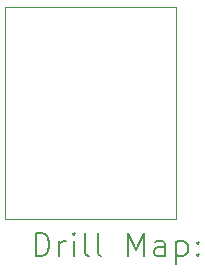
<source format=gbr>
%TF.GenerationSoftware,KiCad,Pcbnew,8.0.4-8.0.4-0~ubuntu24.04.1*%
%TF.CreationDate,2024-09-19T11:22:24+09:00*%
%TF.ProjectId,DRV8835,44525638-3833-4352-9e6b-696361645f70,rev?*%
%TF.SameCoordinates,Original*%
%TF.FileFunction,Drillmap*%
%TF.FilePolarity,Positive*%
%FSLAX45Y45*%
G04 Gerber Fmt 4.5, Leading zero omitted, Abs format (unit mm)*
G04 Created by KiCad (PCBNEW 8.0.4-8.0.4-0~ubuntu24.04.1) date 2024-09-19 11:22:24*
%MOMM*%
%LPD*%
G01*
G04 APERTURE LIST*
%ADD10C,0.050000*%
%ADD11C,0.200000*%
G04 APERTURE END LIST*
D10*
X15400000Y-6250000D02*
X16850000Y-6250000D01*
X16850000Y-8050000D01*
X15400000Y-8050000D01*
X15400000Y-6250000D01*
D11*
X15658277Y-8363984D02*
X15658277Y-8163984D01*
X15658277Y-8163984D02*
X15705896Y-8163984D01*
X15705896Y-8163984D02*
X15734467Y-8173508D01*
X15734467Y-8173508D02*
X15753515Y-8192555D01*
X15753515Y-8192555D02*
X15763039Y-8211603D01*
X15763039Y-8211603D02*
X15772562Y-8249698D01*
X15772562Y-8249698D02*
X15772562Y-8278269D01*
X15772562Y-8278269D02*
X15763039Y-8316365D01*
X15763039Y-8316365D02*
X15753515Y-8335412D01*
X15753515Y-8335412D02*
X15734467Y-8354460D01*
X15734467Y-8354460D02*
X15705896Y-8363984D01*
X15705896Y-8363984D02*
X15658277Y-8363984D01*
X15858277Y-8363984D02*
X15858277Y-8230650D01*
X15858277Y-8268746D02*
X15867801Y-8249698D01*
X15867801Y-8249698D02*
X15877324Y-8240174D01*
X15877324Y-8240174D02*
X15896372Y-8230650D01*
X15896372Y-8230650D02*
X15915420Y-8230650D01*
X15982086Y-8363984D02*
X15982086Y-8230650D01*
X15982086Y-8163984D02*
X15972562Y-8173508D01*
X15972562Y-8173508D02*
X15982086Y-8183031D01*
X15982086Y-8183031D02*
X15991610Y-8173508D01*
X15991610Y-8173508D02*
X15982086Y-8163984D01*
X15982086Y-8163984D02*
X15982086Y-8183031D01*
X16105896Y-8363984D02*
X16086848Y-8354460D01*
X16086848Y-8354460D02*
X16077324Y-8335412D01*
X16077324Y-8335412D02*
X16077324Y-8163984D01*
X16210658Y-8363984D02*
X16191610Y-8354460D01*
X16191610Y-8354460D02*
X16182086Y-8335412D01*
X16182086Y-8335412D02*
X16182086Y-8163984D01*
X16439229Y-8363984D02*
X16439229Y-8163984D01*
X16439229Y-8163984D02*
X16505896Y-8306841D01*
X16505896Y-8306841D02*
X16572562Y-8163984D01*
X16572562Y-8163984D02*
X16572562Y-8363984D01*
X16753515Y-8363984D02*
X16753515Y-8259222D01*
X16753515Y-8259222D02*
X16743991Y-8240174D01*
X16743991Y-8240174D02*
X16724943Y-8230650D01*
X16724943Y-8230650D02*
X16686848Y-8230650D01*
X16686848Y-8230650D02*
X16667801Y-8240174D01*
X16753515Y-8354460D02*
X16734467Y-8363984D01*
X16734467Y-8363984D02*
X16686848Y-8363984D01*
X16686848Y-8363984D02*
X16667801Y-8354460D01*
X16667801Y-8354460D02*
X16658277Y-8335412D01*
X16658277Y-8335412D02*
X16658277Y-8316365D01*
X16658277Y-8316365D02*
X16667801Y-8297317D01*
X16667801Y-8297317D02*
X16686848Y-8287793D01*
X16686848Y-8287793D02*
X16734467Y-8287793D01*
X16734467Y-8287793D02*
X16753515Y-8278269D01*
X16848753Y-8230650D02*
X16848753Y-8430650D01*
X16848753Y-8240174D02*
X16867801Y-8230650D01*
X16867801Y-8230650D02*
X16905896Y-8230650D01*
X16905896Y-8230650D02*
X16924944Y-8240174D01*
X16924944Y-8240174D02*
X16934467Y-8249698D01*
X16934467Y-8249698D02*
X16943991Y-8268746D01*
X16943991Y-8268746D02*
X16943991Y-8325888D01*
X16943991Y-8325888D02*
X16934467Y-8344936D01*
X16934467Y-8344936D02*
X16924944Y-8354460D01*
X16924944Y-8354460D02*
X16905896Y-8363984D01*
X16905896Y-8363984D02*
X16867801Y-8363984D01*
X16867801Y-8363984D02*
X16848753Y-8354460D01*
X17029705Y-8344936D02*
X17039229Y-8354460D01*
X17039229Y-8354460D02*
X17029705Y-8363984D01*
X17029705Y-8363984D02*
X17020182Y-8354460D01*
X17020182Y-8354460D02*
X17029705Y-8344936D01*
X17029705Y-8344936D02*
X17029705Y-8363984D01*
X17029705Y-8240174D02*
X17039229Y-8249698D01*
X17039229Y-8249698D02*
X17029705Y-8259222D01*
X17029705Y-8259222D02*
X17020182Y-8249698D01*
X17020182Y-8249698D02*
X17029705Y-8240174D01*
X17029705Y-8240174D02*
X17029705Y-8259222D01*
M02*

</source>
